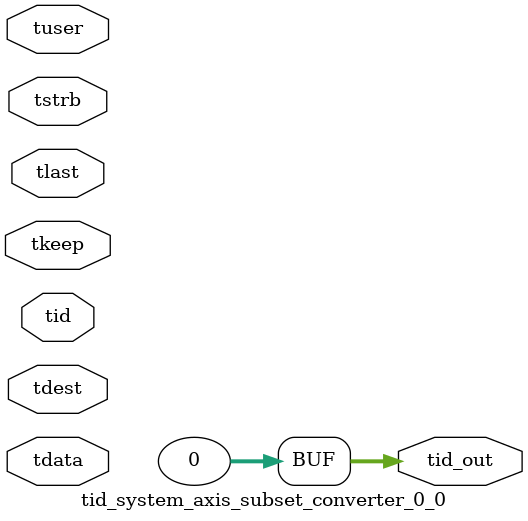
<source format=v>


`timescale 1ps/1ps

module tid_system_axis_subset_converter_0_0 #
(
parameter C_S_AXIS_TID_WIDTH   = 1,
parameter C_S_AXIS_TUSER_WIDTH = 0,
parameter C_S_AXIS_TDATA_WIDTH = 0,
parameter C_S_AXIS_TDEST_WIDTH = 0,
parameter C_M_AXIS_TID_WIDTH   = 32
)
(
input  [(C_S_AXIS_TID_WIDTH   == 0 ? 1 : C_S_AXIS_TID_WIDTH)-1:0       ] tid,
input  [(C_S_AXIS_TDATA_WIDTH == 0 ? 1 : C_S_AXIS_TDATA_WIDTH)-1:0     ] tdata,
input  [(C_S_AXIS_TUSER_WIDTH == 0 ? 1 : C_S_AXIS_TUSER_WIDTH)-1:0     ] tuser,
input  [(C_S_AXIS_TDEST_WIDTH == 0 ? 1 : C_S_AXIS_TDEST_WIDTH)-1:0     ] tdest,
input  [(C_S_AXIS_TDATA_WIDTH/8)-1:0 ] tkeep,
input  [(C_S_AXIS_TDATA_WIDTH/8)-1:0 ] tstrb,
input                                                                    tlast,
output [(C_M_AXIS_TID_WIDTH   == 0 ? 1 : C_M_AXIS_TID_WIDTH)-1:0       ] tid_out
);

assign tid_out = {1'b0};

endmodule


</source>
